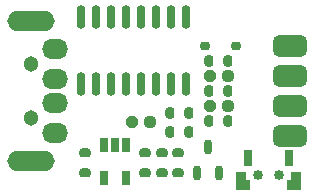
<source format=gts>
G04*
G04 #@! TF.GenerationSoftware,Altium Limited,Altium Designer,22.3.1 (43)*
G04*
G04 Layer_Color=8388736*
%FSTAX25Y25*%
%MOIN*%
G70*
G04*
G04 #@! TF.SameCoordinates,AA438D0C-BAC3-434F-BC1F-4FEAB2FC06D2*
G04*
G04*
G04 #@! TF.FilePolarity,Negative*
G04*
G01*
G75*
G04:AMPARAMS|DCode=31|XSize=38mil|YSize=30mil|CornerRadius=9.5mil|HoleSize=0mil|Usage=FLASHONLY|Rotation=0.000|XOffset=0mil|YOffset=0mil|HoleType=Round|Shape=RoundedRectangle|*
%AMROUNDEDRECTD31*
21,1,0.03800,0.01100,0,0,0.0*
21,1,0.01900,0.03000,0,0,0.0*
1,1,0.01900,0.00950,-0.00550*
1,1,0.01900,-0.00950,-0.00550*
1,1,0.01900,-0.00950,0.00550*
1,1,0.01900,0.00950,0.00550*
%
%ADD31ROUNDEDRECTD31*%
%ADD32R,0.02572X0.04737*%
%ADD33R,0.03162X0.05524*%
%ADD34R,0.02375X0.03359*%
%ADD35R,0.03359X0.05918*%
G04:AMPARAMS|DCode=36|XSize=38mil|YSize=38mil|CornerRadius=11.5mil|HoleSize=0mil|Usage=FLASHONLY|Rotation=180.000|XOffset=0mil|YOffset=0mil|HoleType=Round|Shape=RoundedRectangle|*
%AMROUNDEDRECTD36*
21,1,0.03800,0.01500,0,0,180.0*
21,1,0.01500,0.03800,0,0,180.0*
1,1,0.02300,-0.00750,0.00750*
1,1,0.02300,0.00750,0.00750*
1,1,0.02300,0.00750,-0.00750*
1,1,0.02300,-0.00750,-0.00750*
%
%ADD36ROUNDEDRECTD36*%
%ADD37P,0.04113X8X202.5*%
G04:AMPARAMS|DCode=38|XSize=25.72mil|YSize=47.37mil|CornerRadius=8.43mil|HoleSize=0mil|Usage=FLASHONLY|Rotation=180.000|XOffset=0mil|YOffset=0mil|HoleType=Round|Shape=RoundedRectangle|*
%AMROUNDEDRECTD38*
21,1,0.02572,0.03051,0,0,180.0*
21,1,0.00886,0.04737,0,0,180.0*
1,1,0.01686,-0.00443,0.01526*
1,1,0.01686,0.00443,0.01526*
1,1,0.01686,0.00443,-0.01526*
1,1,0.01686,-0.00443,-0.01526*
%
%ADD38ROUNDEDRECTD38*%
G04:AMPARAMS|DCode=39|XSize=70.99mil|YSize=114.3mil|CornerRadius=19.75mil|HoleSize=0mil|Usage=FLASHONLY|Rotation=270.000|XOffset=0mil|YOffset=0mil|HoleType=Round|Shape=RoundedRectangle|*
%AMROUNDEDRECTD39*
21,1,0.07099,0.07480,0,0,270.0*
21,1,0.03150,0.11430,0,0,270.0*
1,1,0.03950,-0.03740,-0.01575*
1,1,0.03950,-0.03740,0.01575*
1,1,0.03950,0.03740,0.01575*
1,1,0.03950,0.03740,-0.01575*
%
%ADD39ROUNDEDRECTD39*%
G04:AMPARAMS|DCode=40|XSize=38mil|YSize=30mil|CornerRadius=9.5mil|HoleSize=0mil|Usage=FLASHONLY|Rotation=270.000|XOffset=0mil|YOffset=0mil|HoleType=Round|Shape=RoundedRectangle|*
%AMROUNDEDRECTD40*
21,1,0.03800,0.01100,0,0,270.0*
21,1,0.01900,0.03000,0,0,270.0*
1,1,0.01900,-0.00550,-0.00950*
1,1,0.01900,-0.00550,0.00950*
1,1,0.01900,0.00550,0.00950*
1,1,0.01900,0.00550,-0.00950*
%
%ADD40ROUNDEDRECTD40*%
G04:AMPARAMS|DCode=41|XSize=27.69mil|YSize=31.62mil|CornerRadius=8.92mil|HoleSize=0mil|Usage=FLASHONLY|Rotation=270.000|XOffset=0mil|YOffset=0mil|HoleType=Round|Shape=RoundedRectangle|*
%AMROUNDEDRECTD41*
21,1,0.02769,0.01378,0,0,270.0*
21,1,0.00984,0.03162,0,0,270.0*
1,1,0.01784,-0.00689,-0.00492*
1,1,0.01784,-0.00689,0.00492*
1,1,0.01784,0.00689,0.00492*
1,1,0.01784,0.00689,-0.00492*
%
%ADD41ROUNDEDRECTD41*%
%ADD42O,0.02965X0.07887*%
%ADD43C,0.03359*%
%ADD44O,0.08674X0.06706*%
%ADD45O,0.15800X0.06800*%
%ADD46C,0.05131*%
D31*
X005Y0012665D02*
D03*
Y0006265D02*
D03*
X0061Y0006265D02*
D03*
Y0012665D02*
D03*
X003Y0012665D02*
D03*
Y0006265D02*
D03*
X00555Y0012665D02*
D03*
Y0006265D02*
D03*
D32*
X003626Y0004488D02*
D03*
X004374D02*
D03*
X004Y0015512D02*
D03*
X004374D02*
D03*
X003626D02*
D03*
D33*
X0084407Y0010978D02*
D03*
X0097793D02*
D03*
D34*
X0084013Y0002022D02*
D03*
X0098187D02*
D03*
D35*
X0081946Y0003301D02*
D03*
X0100253D02*
D03*
D36*
X0077559Y0038464D02*
D03*
Y0028464D02*
D03*
X0051559Y0022964D02*
D03*
D37*
X0071441Y0038464D02*
D03*
Y0028464D02*
D03*
X0045441Y0022964D02*
D03*
D38*
X006726Y0005965D02*
D03*
X007474D02*
D03*
X0071Y0014894D02*
D03*
D39*
X0098335Y0048465D02*
D03*
Y0038465D02*
D03*
Y0028465D02*
D03*
Y0018465D02*
D03*
D40*
X00777Y0033465D02*
D03*
X00713D02*
D03*
X00777Y0043465D02*
D03*
X00713D02*
D03*
X00777Y0023365D02*
D03*
X00713D02*
D03*
X00583Y0026265D02*
D03*
X00647D02*
D03*
X00647Y0019665D02*
D03*
X00583D02*
D03*
D41*
X0069766Y0048465D02*
D03*
X0080234D02*
D03*
D42*
X00285Y0035638D02*
D03*
X00335D02*
D03*
X00385D02*
D03*
X00435D02*
D03*
X00485D02*
D03*
X00535D02*
D03*
X00585D02*
D03*
X00635D02*
D03*
X00285Y0058291D02*
D03*
X00335D02*
D03*
X00385D02*
D03*
X00435D02*
D03*
X00485D02*
D03*
X00535D02*
D03*
X00585D02*
D03*
X00635D02*
D03*
D43*
X0087753Y0005466D02*
D03*
X0094446D02*
D03*
D44*
X0019874Y0047517D02*
D03*
Y0037454D02*
D03*
Y0029579D02*
D03*
Y0019516D02*
D03*
D45*
X0012Y0056693D02*
D03*
Y0010236D02*
D03*
D46*
Y0042323D02*
D03*
Y0024606D02*
D03*
M02*

</source>
